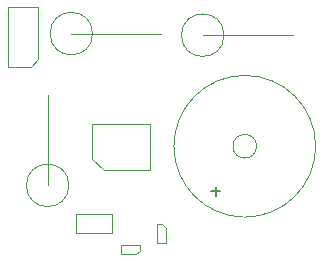
<source format=gbr>
%TF.GenerationSoftware,KiCad,Pcbnew,(5.1.6-0-10_14)*%
%TF.CreationDate,2020-09-05T01:35:09-04:00*%
%TF.ProjectId,solder_beep,736f6c64-6572-45f6-9265-65702e6b6963,rev?*%
%TF.SameCoordinates,Original*%
%TF.FileFunction,Other,Fab,Top*%
%FSLAX46Y46*%
G04 Gerber Fmt 4.6, Leading zero omitted, Abs format (unit mm)*
G04 Created by KiCad (PCBNEW (5.1.6-0-10_14)) date 2020-09-05 01:35:09*
%MOMM*%
%LPD*%
G01*
G04 APERTURE LIST*
%ADD10C,0.100000*%
%ADD11C,0.150000*%
G04 APERTURE END LIST*
D10*
%TO.C,U1*%
X36335800Y9626960D02*
X36335800Y12551960D01*
X36335800Y12551960D02*
X41235800Y12551960D01*
X41235800Y12551960D02*
X41235800Y8651960D01*
X41235800Y8651960D02*
X37310800Y8651960D01*
X37310800Y8651960D02*
X36335800Y9626960D01*
%TO.C,D2*%
X38768120Y2350720D02*
X38768120Y1550720D01*
X40368120Y2350720D02*
X38768120Y2350720D01*
X40368120Y1850720D02*
X40368120Y2350720D01*
X40068120Y1550720D02*
X40368120Y1850720D01*
X38768120Y1550720D02*
X40068120Y1550720D01*
%TO.C,D1*%
X41799560Y2466440D02*
X42599560Y2466440D01*
X41799560Y4066440D02*
X41799560Y2466440D01*
X42299560Y4066440D02*
X41799560Y4066440D01*
X42599560Y3766440D02*
X42299560Y4066440D01*
X42599560Y2466440D02*
X42599560Y3766440D01*
%TO.C,R2*%
X34372960Y7376160D02*
G75*
G03*
X34372960Y7376160I-1800000J0D01*
G01*
X32572960Y7376160D02*
X32572960Y14996160D01*
%TO.C,R3*%
X34579560Y20228560D02*
X42199560Y20228560D01*
X36379560Y20228560D02*
G75*
G03*
X36379560Y20228560I-1800000J0D01*
G01*
%TO.C,R1*%
X45704760Y20091400D02*
X53324760Y20091400D01*
X47504760Y20091400D02*
G75*
G03*
X47504760Y20091400I-1800000J0D01*
G01*
%TO.C,C1*%
X37999480Y3375760D02*
X37999480Y4975760D01*
X37999480Y4975760D02*
X34999480Y4975760D01*
X34999480Y4975760D02*
X34999480Y3375760D01*
X34999480Y3375760D02*
X37999480Y3375760D01*
%TO.C,J1*%
X31150560Y17419320D02*
X29245560Y17419320D01*
X29245560Y17419320D02*
X29245560Y22499320D01*
X29245560Y22499320D02*
X31785560Y22499320D01*
X31785560Y22499320D02*
X31785560Y18054320D01*
X31785560Y18054320D02*
X31150560Y17419320D01*
%TO.C,BZ1*%
X55265840Y10688480D02*
G75*
G03*
X55265840Y10688480I-6000000J0D01*
G01*
X50265840Y10688480D02*
G75*
G03*
X50265840Y10688480I-1000000J0D01*
G01*
%TD*%
%TO.C,BZ1*%
D11*
X46797268Y6497527D02*
X46797268Y7259432D01*
X47178220Y6878480D02*
X46416316Y6878480D01*
%TD*%
M02*

</source>
